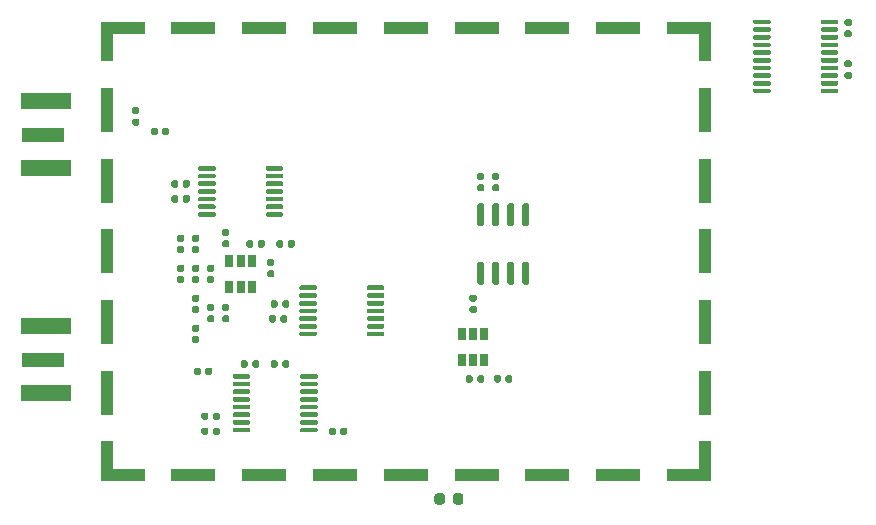
<source format=gbr>
%TF.GenerationSoftware,KiCad,Pcbnew,5.1.6*%
%TF.CreationDate,2020-09-04T11:32:19-04:00*%
%TF.ProjectId,rf-analyzer,72662d61-6e61-46c7-997a-65722e6b6963,rev?*%
%TF.SameCoordinates,Original*%
%TF.FileFunction,Paste,Top*%
%TF.FilePolarity,Positive*%
%FSLAX46Y46*%
G04 Gerber Fmt 4.6, Leading zero omitted, Abs format (unit mm)*
G04 Created by KiCad (PCBNEW 5.1.6) date 2020-09-04 11:32:19*
%MOMM*%
%LPD*%
G01*
G04 APERTURE LIST*
%ADD10R,0.650000X1.060000*%
%ADD11R,3.600000X1.270000*%
%ADD12R,4.200000X1.350000*%
%ADD13R,1.000000X2.350000*%
%ADD14R,1.000000X3.800000*%
%ADD15R,2.700000X1.000000*%
%ADD16R,3.800000X1.000000*%
%ADD17R,1.000000X1.000000*%
G04 APERTURE END LIST*
%TO.C,U7*%
G36*
G01*
X124425000Y-116090000D02*
X124425000Y-115890000D01*
G75*
G02*
X124525000Y-115790000I100000J0D01*
G01*
X125800000Y-115790000D01*
G75*
G02*
X125900000Y-115890000I0J-100000D01*
G01*
X125900000Y-116090000D01*
G75*
G02*
X125800000Y-116190000I-100000J0D01*
G01*
X124525000Y-116190000D01*
G75*
G02*
X124425000Y-116090000I0J100000D01*
G01*
G37*
G36*
G01*
X124425000Y-116740000D02*
X124425000Y-116540000D01*
G75*
G02*
X124525000Y-116440000I100000J0D01*
G01*
X125800000Y-116440000D01*
G75*
G02*
X125900000Y-116540000I0J-100000D01*
G01*
X125900000Y-116740000D01*
G75*
G02*
X125800000Y-116840000I-100000J0D01*
G01*
X124525000Y-116840000D01*
G75*
G02*
X124425000Y-116740000I0J100000D01*
G01*
G37*
G36*
G01*
X124425000Y-117390000D02*
X124425000Y-117190000D01*
G75*
G02*
X124525000Y-117090000I100000J0D01*
G01*
X125800000Y-117090000D01*
G75*
G02*
X125900000Y-117190000I0J-100000D01*
G01*
X125900000Y-117390000D01*
G75*
G02*
X125800000Y-117490000I-100000J0D01*
G01*
X124525000Y-117490000D01*
G75*
G02*
X124425000Y-117390000I0J100000D01*
G01*
G37*
G36*
G01*
X124425000Y-118040000D02*
X124425000Y-117840000D01*
G75*
G02*
X124525000Y-117740000I100000J0D01*
G01*
X125800000Y-117740000D01*
G75*
G02*
X125900000Y-117840000I0J-100000D01*
G01*
X125900000Y-118040000D01*
G75*
G02*
X125800000Y-118140000I-100000J0D01*
G01*
X124525000Y-118140000D01*
G75*
G02*
X124425000Y-118040000I0J100000D01*
G01*
G37*
G36*
G01*
X124425000Y-118690000D02*
X124425000Y-118490000D01*
G75*
G02*
X124525000Y-118390000I100000J0D01*
G01*
X125800000Y-118390000D01*
G75*
G02*
X125900000Y-118490000I0J-100000D01*
G01*
X125900000Y-118690000D01*
G75*
G02*
X125800000Y-118790000I-100000J0D01*
G01*
X124525000Y-118790000D01*
G75*
G02*
X124425000Y-118690000I0J100000D01*
G01*
G37*
G36*
G01*
X124425000Y-119340000D02*
X124425000Y-119140000D01*
G75*
G02*
X124525000Y-119040000I100000J0D01*
G01*
X125800000Y-119040000D01*
G75*
G02*
X125900000Y-119140000I0J-100000D01*
G01*
X125900000Y-119340000D01*
G75*
G02*
X125800000Y-119440000I-100000J0D01*
G01*
X124525000Y-119440000D01*
G75*
G02*
X124425000Y-119340000I0J100000D01*
G01*
G37*
G36*
G01*
X124425000Y-119990000D02*
X124425000Y-119790000D01*
G75*
G02*
X124525000Y-119690000I100000J0D01*
G01*
X125800000Y-119690000D01*
G75*
G02*
X125900000Y-119790000I0J-100000D01*
G01*
X125900000Y-119990000D01*
G75*
G02*
X125800000Y-120090000I-100000J0D01*
G01*
X124525000Y-120090000D01*
G75*
G02*
X124425000Y-119990000I0J100000D01*
G01*
G37*
G36*
G01*
X124425000Y-120640000D02*
X124425000Y-120440000D01*
G75*
G02*
X124525000Y-120340000I100000J0D01*
G01*
X125800000Y-120340000D01*
G75*
G02*
X125900000Y-120440000I0J-100000D01*
G01*
X125900000Y-120640000D01*
G75*
G02*
X125800000Y-120740000I-100000J0D01*
G01*
X124525000Y-120740000D01*
G75*
G02*
X124425000Y-120640000I0J100000D01*
G01*
G37*
G36*
G01*
X118700000Y-120640000D02*
X118700000Y-120440000D01*
G75*
G02*
X118800000Y-120340000I100000J0D01*
G01*
X120075000Y-120340000D01*
G75*
G02*
X120175000Y-120440000I0J-100000D01*
G01*
X120175000Y-120640000D01*
G75*
G02*
X120075000Y-120740000I-100000J0D01*
G01*
X118800000Y-120740000D01*
G75*
G02*
X118700000Y-120640000I0J100000D01*
G01*
G37*
G36*
G01*
X118700000Y-119990000D02*
X118700000Y-119790000D01*
G75*
G02*
X118800000Y-119690000I100000J0D01*
G01*
X120075000Y-119690000D01*
G75*
G02*
X120175000Y-119790000I0J-100000D01*
G01*
X120175000Y-119990000D01*
G75*
G02*
X120075000Y-120090000I-100000J0D01*
G01*
X118800000Y-120090000D01*
G75*
G02*
X118700000Y-119990000I0J100000D01*
G01*
G37*
G36*
G01*
X118700000Y-119340000D02*
X118700000Y-119140000D01*
G75*
G02*
X118800000Y-119040000I100000J0D01*
G01*
X120075000Y-119040000D01*
G75*
G02*
X120175000Y-119140000I0J-100000D01*
G01*
X120175000Y-119340000D01*
G75*
G02*
X120075000Y-119440000I-100000J0D01*
G01*
X118800000Y-119440000D01*
G75*
G02*
X118700000Y-119340000I0J100000D01*
G01*
G37*
G36*
G01*
X118700000Y-118690000D02*
X118700000Y-118490000D01*
G75*
G02*
X118800000Y-118390000I100000J0D01*
G01*
X120075000Y-118390000D01*
G75*
G02*
X120175000Y-118490000I0J-100000D01*
G01*
X120175000Y-118690000D01*
G75*
G02*
X120075000Y-118790000I-100000J0D01*
G01*
X118800000Y-118790000D01*
G75*
G02*
X118700000Y-118690000I0J100000D01*
G01*
G37*
G36*
G01*
X118700000Y-118040000D02*
X118700000Y-117840000D01*
G75*
G02*
X118800000Y-117740000I100000J0D01*
G01*
X120075000Y-117740000D01*
G75*
G02*
X120175000Y-117840000I0J-100000D01*
G01*
X120175000Y-118040000D01*
G75*
G02*
X120075000Y-118140000I-100000J0D01*
G01*
X118800000Y-118140000D01*
G75*
G02*
X118700000Y-118040000I0J100000D01*
G01*
G37*
G36*
G01*
X118700000Y-117390000D02*
X118700000Y-117190000D01*
G75*
G02*
X118800000Y-117090000I100000J0D01*
G01*
X120075000Y-117090000D01*
G75*
G02*
X120175000Y-117190000I0J-100000D01*
G01*
X120175000Y-117390000D01*
G75*
G02*
X120075000Y-117490000I-100000J0D01*
G01*
X118800000Y-117490000D01*
G75*
G02*
X118700000Y-117390000I0J100000D01*
G01*
G37*
G36*
G01*
X118700000Y-116740000D02*
X118700000Y-116540000D01*
G75*
G02*
X118800000Y-116440000I100000J0D01*
G01*
X120075000Y-116440000D01*
G75*
G02*
X120175000Y-116540000I0J-100000D01*
G01*
X120175000Y-116740000D01*
G75*
G02*
X120075000Y-116840000I-100000J0D01*
G01*
X118800000Y-116840000D01*
G75*
G02*
X118700000Y-116740000I0J100000D01*
G01*
G37*
G36*
G01*
X118700000Y-116090000D02*
X118700000Y-115890000D01*
G75*
G02*
X118800000Y-115790000I100000J0D01*
G01*
X120075000Y-115790000D01*
G75*
G02*
X120175000Y-115890000I0J-100000D01*
G01*
X120175000Y-116090000D01*
G75*
G02*
X120075000Y-116190000I-100000J0D01*
G01*
X118800000Y-116190000D01*
G75*
G02*
X118700000Y-116090000I0J100000D01*
G01*
G37*
%TD*%
%TO.C,C32*%
G36*
G01*
X127445000Y-120477500D02*
X127445000Y-120822500D01*
G75*
G02*
X127297500Y-120970000I-147500J0D01*
G01*
X127002500Y-120970000D01*
G75*
G02*
X126855000Y-120822500I0J147500D01*
G01*
X126855000Y-120477500D01*
G75*
G02*
X127002500Y-120330000I147500J0D01*
G01*
X127297500Y-120330000D01*
G75*
G02*
X127445000Y-120477500I0J-147500D01*
G01*
G37*
G36*
G01*
X128415000Y-120477500D02*
X128415000Y-120822500D01*
G75*
G02*
X128267500Y-120970000I-147500J0D01*
G01*
X127972500Y-120970000D01*
G75*
G02*
X127825000Y-120822500I0J147500D01*
G01*
X127825000Y-120477500D01*
G75*
G02*
X127972500Y-120330000I147500J0D01*
G01*
X128267500Y-120330000D01*
G75*
G02*
X128415000Y-120477500I0J-147500D01*
G01*
G37*
%TD*%
%TO.C,C29*%
G36*
G01*
X117030000Y-120822500D02*
X117030000Y-120477500D01*
G75*
G02*
X117177500Y-120330000I147500J0D01*
G01*
X117472500Y-120330000D01*
G75*
G02*
X117620000Y-120477500I0J-147500D01*
G01*
X117620000Y-120822500D01*
G75*
G02*
X117472500Y-120970000I-147500J0D01*
G01*
X117177500Y-120970000D01*
G75*
G02*
X117030000Y-120822500I0J147500D01*
G01*
G37*
G36*
G01*
X116060000Y-120822500D02*
X116060000Y-120477500D01*
G75*
G02*
X116207500Y-120330000I147500J0D01*
G01*
X116502500Y-120330000D01*
G75*
G02*
X116650000Y-120477500I0J-147500D01*
G01*
X116650000Y-120822500D01*
G75*
G02*
X116502500Y-120970000I-147500J0D01*
G01*
X116207500Y-120970000D01*
G75*
G02*
X116060000Y-120822500I0J147500D01*
G01*
G37*
%TD*%
%TO.C,C28*%
G36*
G01*
X122895000Y-115107500D02*
X122895000Y-114762500D01*
G75*
G02*
X123042500Y-114615000I147500J0D01*
G01*
X123337500Y-114615000D01*
G75*
G02*
X123485000Y-114762500I0J-147500D01*
G01*
X123485000Y-115107500D01*
G75*
G02*
X123337500Y-115255000I-147500J0D01*
G01*
X123042500Y-115255000D01*
G75*
G02*
X122895000Y-115107500I0J147500D01*
G01*
G37*
G36*
G01*
X121925000Y-115107500D02*
X121925000Y-114762500D01*
G75*
G02*
X122072500Y-114615000I147500J0D01*
G01*
X122367500Y-114615000D01*
G75*
G02*
X122515000Y-114762500I0J-147500D01*
G01*
X122515000Y-115107500D01*
G75*
G02*
X122367500Y-115255000I-147500J0D01*
G01*
X122072500Y-115255000D01*
G75*
G02*
X121925000Y-115107500I0J147500D01*
G01*
G37*
%TD*%
%TO.C,C25*%
G36*
G01*
X119975000Y-114762500D02*
X119975000Y-115107500D01*
G75*
G02*
X119827500Y-115255000I-147500J0D01*
G01*
X119532500Y-115255000D01*
G75*
G02*
X119385000Y-115107500I0J147500D01*
G01*
X119385000Y-114762500D01*
G75*
G02*
X119532500Y-114615000I147500J0D01*
G01*
X119827500Y-114615000D01*
G75*
G02*
X119975000Y-114762500I0J-147500D01*
G01*
G37*
G36*
G01*
X120945000Y-114762500D02*
X120945000Y-115107500D01*
G75*
G02*
X120797500Y-115255000I-147500J0D01*
G01*
X120502500Y-115255000D01*
G75*
G02*
X120355000Y-115107500I0J147500D01*
G01*
X120355000Y-114762500D01*
G75*
G02*
X120502500Y-114615000I147500J0D01*
G01*
X120797500Y-114615000D01*
G75*
G02*
X120945000Y-114762500I0J-147500D01*
G01*
G37*
%TD*%
%TO.C,C23*%
G36*
G01*
X116650000Y-119207500D02*
X116650000Y-119552500D01*
G75*
G02*
X116502500Y-119700000I-147500J0D01*
G01*
X116207500Y-119700000D01*
G75*
G02*
X116060000Y-119552500I0J147500D01*
G01*
X116060000Y-119207500D01*
G75*
G02*
X116207500Y-119060000I147500J0D01*
G01*
X116502500Y-119060000D01*
G75*
G02*
X116650000Y-119207500I0J-147500D01*
G01*
G37*
G36*
G01*
X117620000Y-119207500D02*
X117620000Y-119552500D01*
G75*
G02*
X117472500Y-119700000I-147500J0D01*
G01*
X117177500Y-119700000D01*
G75*
G02*
X117030000Y-119552500I0J147500D01*
G01*
X117030000Y-119207500D01*
G75*
G02*
X117177500Y-119060000I147500J0D01*
G01*
X117472500Y-119060000D01*
G75*
G02*
X117620000Y-119207500I0J-147500D01*
G01*
G37*
%TD*%
%TO.C,U6*%
G36*
G01*
X164245000Y-91725000D02*
X164245000Y-91925000D01*
G75*
G02*
X164145000Y-92025000I-100000J0D01*
G01*
X162870000Y-92025000D01*
G75*
G02*
X162770000Y-91925000I0J100000D01*
G01*
X162770000Y-91725000D01*
G75*
G02*
X162870000Y-91625000I100000J0D01*
G01*
X164145000Y-91625000D01*
G75*
G02*
X164245000Y-91725000I0J-100000D01*
G01*
G37*
G36*
G01*
X164245000Y-91075000D02*
X164245000Y-91275000D01*
G75*
G02*
X164145000Y-91375000I-100000J0D01*
G01*
X162870000Y-91375000D01*
G75*
G02*
X162770000Y-91275000I0J100000D01*
G01*
X162770000Y-91075000D01*
G75*
G02*
X162870000Y-90975000I100000J0D01*
G01*
X164145000Y-90975000D01*
G75*
G02*
X164245000Y-91075000I0J-100000D01*
G01*
G37*
G36*
G01*
X164245000Y-90425000D02*
X164245000Y-90625000D01*
G75*
G02*
X164145000Y-90725000I-100000J0D01*
G01*
X162870000Y-90725000D01*
G75*
G02*
X162770000Y-90625000I0J100000D01*
G01*
X162770000Y-90425000D01*
G75*
G02*
X162870000Y-90325000I100000J0D01*
G01*
X164145000Y-90325000D01*
G75*
G02*
X164245000Y-90425000I0J-100000D01*
G01*
G37*
G36*
G01*
X164245000Y-89775000D02*
X164245000Y-89975000D01*
G75*
G02*
X164145000Y-90075000I-100000J0D01*
G01*
X162870000Y-90075000D01*
G75*
G02*
X162770000Y-89975000I0J100000D01*
G01*
X162770000Y-89775000D01*
G75*
G02*
X162870000Y-89675000I100000J0D01*
G01*
X164145000Y-89675000D01*
G75*
G02*
X164245000Y-89775000I0J-100000D01*
G01*
G37*
G36*
G01*
X164245000Y-89125000D02*
X164245000Y-89325000D01*
G75*
G02*
X164145000Y-89425000I-100000J0D01*
G01*
X162870000Y-89425000D01*
G75*
G02*
X162770000Y-89325000I0J100000D01*
G01*
X162770000Y-89125000D01*
G75*
G02*
X162870000Y-89025000I100000J0D01*
G01*
X164145000Y-89025000D01*
G75*
G02*
X164245000Y-89125000I0J-100000D01*
G01*
G37*
G36*
G01*
X164245000Y-88475000D02*
X164245000Y-88675000D01*
G75*
G02*
X164145000Y-88775000I-100000J0D01*
G01*
X162870000Y-88775000D01*
G75*
G02*
X162770000Y-88675000I0J100000D01*
G01*
X162770000Y-88475000D01*
G75*
G02*
X162870000Y-88375000I100000J0D01*
G01*
X164145000Y-88375000D01*
G75*
G02*
X164245000Y-88475000I0J-100000D01*
G01*
G37*
G36*
G01*
X164245000Y-87825000D02*
X164245000Y-88025000D01*
G75*
G02*
X164145000Y-88125000I-100000J0D01*
G01*
X162870000Y-88125000D01*
G75*
G02*
X162770000Y-88025000I0J100000D01*
G01*
X162770000Y-87825000D01*
G75*
G02*
X162870000Y-87725000I100000J0D01*
G01*
X164145000Y-87725000D01*
G75*
G02*
X164245000Y-87825000I0J-100000D01*
G01*
G37*
G36*
G01*
X164245000Y-87175000D02*
X164245000Y-87375000D01*
G75*
G02*
X164145000Y-87475000I-100000J0D01*
G01*
X162870000Y-87475000D01*
G75*
G02*
X162770000Y-87375000I0J100000D01*
G01*
X162770000Y-87175000D01*
G75*
G02*
X162870000Y-87075000I100000J0D01*
G01*
X164145000Y-87075000D01*
G75*
G02*
X164245000Y-87175000I0J-100000D01*
G01*
G37*
G36*
G01*
X164245000Y-86525000D02*
X164245000Y-86725000D01*
G75*
G02*
X164145000Y-86825000I-100000J0D01*
G01*
X162870000Y-86825000D01*
G75*
G02*
X162770000Y-86725000I0J100000D01*
G01*
X162770000Y-86525000D01*
G75*
G02*
X162870000Y-86425000I100000J0D01*
G01*
X164145000Y-86425000D01*
G75*
G02*
X164245000Y-86525000I0J-100000D01*
G01*
G37*
G36*
G01*
X164245000Y-85875000D02*
X164245000Y-86075000D01*
G75*
G02*
X164145000Y-86175000I-100000J0D01*
G01*
X162870000Y-86175000D01*
G75*
G02*
X162770000Y-86075000I0J100000D01*
G01*
X162770000Y-85875000D01*
G75*
G02*
X162870000Y-85775000I100000J0D01*
G01*
X164145000Y-85775000D01*
G75*
G02*
X164245000Y-85875000I0J-100000D01*
G01*
G37*
G36*
G01*
X169970000Y-85875000D02*
X169970000Y-86075000D01*
G75*
G02*
X169870000Y-86175000I-100000J0D01*
G01*
X168595000Y-86175000D01*
G75*
G02*
X168495000Y-86075000I0J100000D01*
G01*
X168495000Y-85875000D01*
G75*
G02*
X168595000Y-85775000I100000J0D01*
G01*
X169870000Y-85775000D01*
G75*
G02*
X169970000Y-85875000I0J-100000D01*
G01*
G37*
G36*
G01*
X169970000Y-86525000D02*
X169970000Y-86725000D01*
G75*
G02*
X169870000Y-86825000I-100000J0D01*
G01*
X168595000Y-86825000D01*
G75*
G02*
X168495000Y-86725000I0J100000D01*
G01*
X168495000Y-86525000D01*
G75*
G02*
X168595000Y-86425000I100000J0D01*
G01*
X169870000Y-86425000D01*
G75*
G02*
X169970000Y-86525000I0J-100000D01*
G01*
G37*
G36*
G01*
X169970000Y-87175000D02*
X169970000Y-87375000D01*
G75*
G02*
X169870000Y-87475000I-100000J0D01*
G01*
X168595000Y-87475000D01*
G75*
G02*
X168495000Y-87375000I0J100000D01*
G01*
X168495000Y-87175000D01*
G75*
G02*
X168595000Y-87075000I100000J0D01*
G01*
X169870000Y-87075000D01*
G75*
G02*
X169970000Y-87175000I0J-100000D01*
G01*
G37*
G36*
G01*
X169970000Y-87825000D02*
X169970000Y-88025000D01*
G75*
G02*
X169870000Y-88125000I-100000J0D01*
G01*
X168595000Y-88125000D01*
G75*
G02*
X168495000Y-88025000I0J100000D01*
G01*
X168495000Y-87825000D01*
G75*
G02*
X168595000Y-87725000I100000J0D01*
G01*
X169870000Y-87725000D01*
G75*
G02*
X169970000Y-87825000I0J-100000D01*
G01*
G37*
G36*
G01*
X169970000Y-88475000D02*
X169970000Y-88675000D01*
G75*
G02*
X169870000Y-88775000I-100000J0D01*
G01*
X168595000Y-88775000D01*
G75*
G02*
X168495000Y-88675000I0J100000D01*
G01*
X168495000Y-88475000D01*
G75*
G02*
X168595000Y-88375000I100000J0D01*
G01*
X169870000Y-88375000D01*
G75*
G02*
X169970000Y-88475000I0J-100000D01*
G01*
G37*
G36*
G01*
X169970000Y-89125000D02*
X169970000Y-89325000D01*
G75*
G02*
X169870000Y-89425000I-100000J0D01*
G01*
X168595000Y-89425000D01*
G75*
G02*
X168495000Y-89325000I0J100000D01*
G01*
X168495000Y-89125000D01*
G75*
G02*
X168595000Y-89025000I100000J0D01*
G01*
X169870000Y-89025000D01*
G75*
G02*
X169970000Y-89125000I0J-100000D01*
G01*
G37*
G36*
G01*
X169970000Y-89775000D02*
X169970000Y-89975000D01*
G75*
G02*
X169870000Y-90075000I-100000J0D01*
G01*
X168595000Y-90075000D01*
G75*
G02*
X168495000Y-89975000I0J100000D01*
G01*
X168495000Y-89775000D01*
G75*
G02*
X168595000Y-89675000I100000J0D01*
G01*
X169870000Y-89675000D01*
G75*
G02*
X169970000Y-89775000I0J-100000D01*
G01*
G37*
G36*
G01*
X169970000Y-90425000D02*
X169970000Y-90625000D01*
G75*
G02*
X169870000Y-90725000I-100000J0D01*
G01*
X168595000Y-90725000D01*
G75*
G02*
X168495000Y-90625000I0J100000D01*
G01*
X168495000Y-90425000D01*
G75*
G02*
X168595000Y-90325000I100000J0D01*
G01*
X169870000Y-90325000D01*
G75*
G02*
X169970000Y-90425000I0J-100000D01*
G01*
G37*
G36*
G01*
X169970000Y-91075000D02*
X169970000Y-91275000D01*
G75*
G02*
X169870000Y-91375000I-100000J0D01*
G01*
X168595000Y-91375000D01*
G75*
G02*
X168495000Y-91275000I0J100000D01*
G01*
X168495000Y-91075000D01*
G75*
G02*
X168595000Y-90975000I100000J0D01*
G01*
X169870000Y-90975000D01*
G75*
G02*
X169970000Y-91075000I0J-100000D01*
G01*
G37*
G36*
G01*
X169970000Y-91725000D02*
X169970000Y-91925000D01*
G75*
G02*
X169870000Y-92025000I-100000J0D01*
G01*
X168595000Y-92025000D01*
G75*
G02*
X168495000Y-91925000I0J100000D01*
G01*
X168495000Y-91725000D01*
G75*
G02*
X168595000Y-91625000I100000J0D01*
G01*
X169870000Y-91625000D01*
G75*
G02*
X169970000Y-91725000I0J-100000D01*
G01*
G37*
%TD*%
D10*
%TO.C,U5*%
X120330000Y-106215000D03*
X119380000Y-106215000D03*
X118430000Y-106215000D03*
X118430000Y-108415000D03*
X120330000Y-108415000D03*
X119380000Y-108415000D03*
%TD*%
%TO.C,U4*%
G36*
G01*
X143360000Y-106275000D02*
X143660000Y-106275000D01*
G75*
G02*
X143810000Y-106425000I0J-150000D01*
G01*
X143810000Y-108075000D01*
G75*
G02*
X143660000Y-108225000I-150000J0D01*
G01*
X143360000Y-108225000D01*
G75*
G02*
X143210000Y-108075000I0J150000D01*
G01*
X143210000Y-106425000D01*
G75*
G02*
X143360000Y-106275000I150000J0D01*
G01*
G37*
G36*
G01*
X142090000Y-106275000D02*
X142390000Y-106275000D01*
G75*
G02*
X142540000Y-106425000I0J-150000D01*
G01*
X142540000Y-108075000D01*
G75*
G02*
X142390000Y-108225000I-150000J0D01*
G01*
X142090000Y-108225000D01*
G75*
G02*
X141940000Y-108075000I0J150000D01*
G01*
X141940000Y-106425000D01*
G75*
G02*
X142090000Y-106275000I150000J0D01*
G01*
G37*
G36*
G01*
X140820000Y-106275000D02*
X141120000Y-106275000D01*
G75*
G02*
X141270000Y-106425000I0J-150000D01*
G01*
X141270000Y-108075000D01*
G75*
G02*
X141120000Y-108225000I-150000J0D01*
G01*
X140820000Y-108225000D01*
G75*
G02*
X140670000Y-108075000I0J150000D01*
G01*
X140670000Y-106425000D01*
G75*
G02*
X140820000Y-106275000I150000J0D01*
G01*
G37*
G36*
G01*
X139550000Y-106275000D02*
X139850000Y-106275000D01*
G75*
G02*
X140000000Y-106425000I0J-150000D01*
G01*
X140000000Y-108075000D01*
G75*
G02*
X139850000Y-108225000I-150000J0D01*
G01*
X139550000Y-108225000D01*
G75*
G02*
X139400000Y-108075000I0J150000D01*
G01*
X139400000Y-106425000D01*
G75*
G02*
X139550000Y-106275000I150000J0D01*
G01*
G37*
G36*
G01*
X139550000Y-101325000D02*
X139850000Y-101325000D01*
G75*
G02*
X140000000Y-101475000I0J-150000D01*
G01*
X140000000Y-103125000D01*
G75*
G02*
X139850000Y-103275000I-150000J0D01*
G01*
X139550000Y-103275000D01*
G75*
G02*
X139400000Y-103125000I0J150000D01*
G01*
X139400000Y-101475000D01*
G75*
G02*
X139550000Y-101325000I150000J0D01*
G01*
G37*
G36*
G01*
X140820000Y-101325000D02*
X141120000Y-101325000D01*
G75*
G02*
X141270000Y-101475000I0J-150000D01*
G01*
X141270000Y-103125000D01*
G75*
G02*
X141120000Y-103275000I-150000J0D01*
G01*
X140820000Y-103275000D01*
G75*
G02*
X140670000Y-103125000I0J150000D01*
G01*
X140670000Y-101475000D01*
G75*
G02*
X140820000Y-101325000I150000J0D01*
G01*
G37*
G36*
G01*
X142090000Y-101325000D02*
X142390000Y-101325000D01*
G75*
G02*
X142540000Y-101475000I0J-150000D01*
G01*
X142540000Y-103125000D01*
G75*
G02*
X142390000Y-103275000I-150000J0D01*
G01*
X142090000Y-103275000D01*
G75*
G02*
X141940000Y-103125000I0J150000D01*
G01*
X141940000Y-101475000D01*
G75*
G02*
X142090000Y-101325000I150000J0D01*
G01*
G37*
G36*
G01*
X143360000Y-101325000D02*
X143660000Y-101325000D01*
G75*
G02*
X143810000Y-101475000I0J-150000D01*
G01*
X143810000Y-103125000D01*
G75*
G02*
X143660000Y-103275000I-150000J0D01*
G01*
X143360000Y-103275000D01*
G75*
G02*
X143210000Y-103125000I0J150000D01*
G01*
X143210000Y-101475000D01*
G75*
G02*
X143360000Y-101325000I150000J0D01*
G01*
G37*
%TD*%
%TO.C,U3*%
X139065000Y-112395000D03*
X138115000Y-112395000D03*
X140015000Y-112395000D03*
X140015000Y-114595000D03*
X139065000Y-114595000D03*
X138115000Y-114595000D03*
%TD*%
%TO.C,U2*%
G36*
G01*
X130072500Y-108595000D02*
X130072500Y-108395000D01*
G75*
G02*
X130172500Y-108295000I100000J0D01*
G01*
X131447500Y-108295000D01*
G75*
G02*
X131547500Y-108395000I0J-100000D01*
G01*
X131547500Y-108595000D01*
G75*
G02*
X131447500Y-108695000I-100000J0D01*
G01*
X130172500Y-108695000D01*
G75*
G02*
X130072500Y-108595000I0J100000D01*
G01*
G37*
G36*
G01*
X130072500Y-109245000D02*
X130072500Y-109045000D01*
G75*
G02*
X130172500Y-108945000I100000J0D01*
G01*
X131447500Y-108945000D01*
G75*
G02*
X131547500Y-109045000I0J-100000D01*
G01*
X131547500Y-109245000D01*
G75*
G02*
X131447500Y-109345000I-100000J0D01*
G01*
X130172500Y-109345000D01*
G75*
G02*
X130072500Y-109245000I0J100000D01*
G01*
G37*
G36*
G01*
X130072500Y-109895000D02*
X130072500Y-109695000D01*
G75*
G02*
X130172500Y-109595000I100000J0D01*
G01*
X131447500Y-109595000D01*
G75*
G02*
X131547500Y-109695000I0J-100000D01*
G01*
X131547500Y-109895000D01*
G75*
G02*
X131447500Y-109995000I-100000J0D01*
G01*
X130172500Y-109995000D01*
G75*
G02*
X130072500Y-109895000I0J100000D01*
G01*
G37*
G36*
G01*
X130072500Y-110545000D02*
X130072500Y-110345000D01*
G75*
G02*
X130172500Y-110245000I100000J0D01*
G01*
X131447500Y-110245000D01*
G75*
G02*
X131547500Y-110345000I0J-100000D01*
G01*
X131547500Y-110545000D01*
G75*
G02*
X131447500Y-110645000I-100000J0D01*
G01*
X130172500Y-110645000D01*
G75*
G02*
X130072500Y-110545000I0J100000D01*
G01*
G37*
G36*
G01*
X130072500Y-111195000D02*
X130072500Y-110995000D01*
G75*
G02*
X130172500Y-110895000I100000J0D01*
G01*
X131447500Y-110895000D01*
G75*
G02*
X131547500Y-110995000I0J-100000D01*
G01*
X131547500Y-111195000D01*
G75*
G02*
X131447500Y-111295000I-100000J0D01*
G01*
X130172500Y-111295000D01*
G75*
G02*
X130072500Y-111195000I0J100000D01*
G01*
G37*
G36*
G01*
X130072500Y-111845000D02*
X130072500Y-111645000D01*
G75*
G02*
X130172500Y-111545000I100000J0D01*
G01*
X131447500Y-111545000D01*
G75*
G02*
X131547500Y-111645000I0J-100000D01*
G01*
X131547500Y-111845000D01*
G75*
G02*
X131447500Y-111945000I-100000J0D01*
G01*
X130172500Y-111945000D01*
G75*
G02*
X130072500Y-111845000I0J100000D01*
G01*
G37*
G36*
G01*
X130072500Y-112495000D02*
X130072500Y-112295000D01*
G75*
G02*
X130172500Y-112195000I100000J0D01*
G01*
X131447500Y-112195000D01*
G75*
G02*
X131547500Y-112295000I0J-100000D01*
G01*
X131547500Y-112495000D01*
G75*
G02*
X131447500Y-112595000I-100000J0D01*
G01*
X130172500Y-112595000D01*
G75*
G02*
X130072500Y-112495000I0J100000D01*
G01*
G37*
G36*
G01*
X124347500Y-112495000D02*
X124347500Y-112295000D01*
G75*
G02*
X124447500Y-112195000I100000J0D01*
G01*
X125722500Y-112195000D01*
G75*
G02*
X125822500Y-112295000I0J-100000D01*
G01*
X125822500Y-112495000D01*
G75*
G02*
X125722500Y-112595000I-100000J0D01*
G01*
X124447500Y-112595000D01*
G75*
G02*
X124347500Y-112495000I0J100000D01*
G01*
G37*
G36*
G01*
X124347500Y-111845000D02*
X124347500Y-111645000D01*
G75*
G02*
X124447500Y-111545000I100000J0D01*
G01*
X125722500Y-111545000D01*
G75*
G02*
X125822500Y-111645000I0J-100000D01*
G01*
X125822500Y-111845000D01*
G75*
G02*
X125722500Y-111945000I-100000J0D01*
G01*
X124447500Y-111945000D01*
G75*
G02*
X124347500Y-111845000I0J100000D01*
G01*
G37*
G36*
G01*
X124347500Y-111195000D02*
X124347500Y-110995000D01*
G75*
G02*
X124447500Y-110895000I100000J0D01*
G01*
X125722500Y-110895000D01*
G75*
G02*
X125822500Y-110995000I0J-100000D01*
G01*
X125822500Y-111195000D01*
G75*
G02*
X125722500Y-111295000I-100000J0D01*
G01*
X124447500Y-111295000D01*
G75*
G02*
X124347500Y-111195000I0J100000D01*
G01*
G37*
G36*
G01*
X124347500Y-110545000D02*
X124347500Y-110345000D01*
G75*
G02*
X124447500Y-110245000I100000J0D01*
G01*
X125722500Y-110245000D01*
G75*
G02*
X125822500Y-110345000I0J-100000D01*
G01*
X125822500Y-110545000D01*
G75*
G02*
X125722500Y-110645000I-100000J0D01*
G01*
X124447500Y-110645000D01*
G75*
G02*
X124347500Y-110545000I0J100000D01*
G01*
G37*
G36*
G01*
X124347500Y-109895000D02*
X124347500Y-109695000D01*
G75*
G02*
X124447500Y-109595000I100000J0D01*
G01*
X125722500Y-109595000D01*
G75*
G02*
X125822500Y-109695000I0J-100000D01*
G01*
X125822500Y-109895000D01*
G75*
G02*
X125722500Y-109995000I-100000J0D01*
G01*
X124447500Y-109995000D01*
G75*
G02*
X124347500Y-109895000I0J100000D01*
G01*
G37*
G36*
G01*
X124347500Y-109245000D02*
X124347500Y-109045000D01*
G75*
G02*
X124447500Y-108945000I100000J0D01*
G01*
X125722500Y-108945000D01*
G75*
G02*
X125822500Y-109045000I0J-100000D01*
G01*
X125822500Y-109245000D01*
G75*
G02*
X125722500Y-109345000I-100000J0D01*
G01*
X124447500Y-109345000D01*
G75*
G02*
X124347500Y-109245000I0J100000D01*
G01*
G37*
G36*
G01*
X124347500Y-108595000D02*
X124347500Y-108395000D01*
G75*
G02*
X124447500Y-108295000I100000J0D01*
G01*
X125722500Y-108295000D01*
G75*
G02*
X125822500Y-108395000I0J-100000D01*
G01*
X125822500Y-108595000D01*
G75*
G02*
X125722500Y-108695000I-100000J0D01*
G01*
X124447500Y-108695000D01*
G75*
G02*
X124347500Y-108595000I0J100000D01*
G01*
G37*
%TD*%
%TO.C,U1*%
G36*
G01*
X121505000Y-98480000D02*
X121505000Y-98280000D01*
G75*
G02*
X121605000Y-98180000I100000J0D01*
G01*
X122880000Y-98180000D01*
G75*
G02*
X122980000Y-98280000I0J-100000D01*
G01*
X122980000Y-98480000D01*
G75*
G02*
X122880000Y-98580000I-100000J0D01*
G01*
X121605000Y-98580000D01*
G75*
G02*
X121505000Y-98480000I0J100000D01*
G01*
G37*
G36*
G01*
X121505000Y-99130000D02*
X121505000Y-98930000D01*
G75*
G02*
X121605000Y-98830000I100000J0D01*
G01*
X122880000Y-98830000D01*
G75*
G02*
X122980000Y-98930000I0J-100000D01*
G01*
X122980000Y-99130000D01*
G75*
G02*
X122880000Y-99230000I-100000J0D01*
G01*
X121605000Y-99230000D01*
G75*
G02*
X121505000Y-99130000I0J100000D01*
G01*
G37*
G36*
G01*
X121505000Y-99780000D02*
X121505000Y-99580000D01*
G75*
G02*
X121605000Y-99480000I100000J0D01*
G01*
X122880000Y-99480000D01*
G75*
G02*
X122980000Y-99580000I0J-100000D01*
G01*
X122980000Y-99780000D01*
G75*
G02*
X122880000Y-99880000I-100000J0D01*
G01*
X121605000Y-99880000D01*
G75*
G02*
X121505000Y-99780000I0J100000D01*
G01*
G37*
G36*
G01*
X121505000Y-100430000D02*
X121505000Y-100230000D01*
G75*
G02*
X121605000Y-100130000I100000J0D01*
G01*
X122880000Y-100130000D01*
G75*
G02*
X122980000Y-100230000I0J-100000D01*
G01*
X122980000Y-100430000D01*
G75*
G02*
X122880000Y-100530000I-100000J0D01*
G01*
X121605000Y-100530000D01*
G75*
G02*
X121505000Y-100430000I0J100000D01*
G01*
G37*
G36*
G01*
X121505000Y-101080000D02*
X121505000Y-100880000D01*
G75*
G02*
X121605000Y-100780000I100000J0D01*
G01*
X122880000Y-100780000D01*
G75*
G02*
X122980000Y-100880000I0J-100000D01*
G01*
X122980000Y-101080000D01*
G75*
G02*
X122880000Y-101180000I-100000J0D01*
G01*
X121605000Y-101180000D01*
G75*
G02*
X121505000Y-101080000I0J100000D01*
G01*
G37*
G36*
G01*
X121505000Y-101730000D02*
X121505000Y-101530000D01*
G75*
G02*
X121605000Y-101430000I100000J0D01*
G01*
X122880000Y-101430000D01*
G75*
G02*
X122980000Y-101530000I0J-100000D01*
G01*
X122980000Y-101730000D01*
G75*
G02*
X122880000Y-101830000I-100000J0D01*
G01*
X121605000Y-101830000D01*
G75*
G02*
X121505000Y-101730000I0J100000D01*
G01*
G37*
G36*
G01*
X121505000Y-102380000D02*
X121505000Y-102180000D01*
G75*
G02*
X121605000Y-102080000I100000J0D01*
G01*
X122880000Y-102080000D01*
G75*
G02*
X122980000Y-102180000I0J-100000D01*
G01*
X122980000Y-102380000D01*
G75*
G02*
X122880000Y-102480000I-100000J0D01*
G01*
X121605000Y-102480000D01*
G75*
G02*
X121505000Y-102380000I0J100000D01*
G01*
G37*
G36*
G01*
X115780000Y-102380000D02*
X115780000Y-102180000D01*
G75*
G02*
X115880000Y-102080000I100000J0D01*
G01*
X117155000Y-102080000D01*
G75*
G02*
X117255000Y-102180000I0J-100000D01*
G01*
X117255000Y-102380000D01*
G75*
G02*
X117155000Y-102480000I-100000J0D01*
G01*
X115880000Y-102480000D01*
G75*
G02*
X115780000Y-102380000I0J100000D01*
G01*
G37*
G36*
G01*
X115780000Y-101730000D02*
X115780000Y-101530000D01*
G75*
G02*
X115880000Y-101430000I100000J0D01*
G01*
X117155000Y-101430000D01*
G75*
G02*
X117255000Y-101530000I0J-100000D01*
G01*
X117255000Y-101730000D01*
G75*
G02*
X117155000Y-101830000I-100000J0D01*
G01*
X115880000Y-101830000D01*
G75*
G02*
X115780000Y-101730000I0J100000D01*
G01*
G37*
G36*
G01*
X115780000Y-101080000D02*
X115780000Y-100880000D01*
G75*
G02*
X115880000Y-100780000I100000J0D01*
G01*
X117155000Y-100780000D01*
G75*
G02*
X117255000Y-100880000I0J-100000D01*
G01*
X117255000Y-101080000D01*
G75*
G02*
X117155000Y-101180000I-100000J0D01*
G01*
X115880000Y-101180000D01*
G75*
G02*
X115780000Y-101080000I0J100000D01*
G01*
G37*
G36*
G01*
X115780000Y-100430000D02*
X115780000Y-100230000D01*
G75*
G02*
X115880000Y-100130000I100000J0D01*
G01*
X117155000Y-100130000D01*
G75*
G02*
X117255000Y-100230000I0J-100000D01*
G01*
X117255000Y-100430000D01*
G75*
G02*
X117155000Y-100530000I-100000J0D01*
G01*
X115880000Y-100530000D01*
G75*
G02*
X115780000Y-100430000I0J100000D01*
G01*
G37*
G36*
G01*
X115780000Y-99780000D02*
X115780000Y-99580000D01*
G75*
G02*
X115880000Y-99480000I100000J0D01*
G01*
X117155000Y-99480000D01*
G75*
G02*
X117255000Y-99580000I0J-100000D01*
G01*
X117255000Y-99780000D01*
G75*
G02*
X117155000Y-99880000I-100000J0D01*
G01*
X115880000Y-99880000D01*
G75*
G02*
X115780000Y-99780000I0J100000D01*
G01*
G37*
G36*
G01*
X115780000Y-99130000D02*
X115780000Y-98930000D01*
G75*
G02*
X115880000Y-98830000I100000J0D01*
G01*
X117155000Y-98830000D01*
G75*
G02*
X117255000Y-98930000I0J-100000D01*
G01*
X117255000Y-99130000D01*
G75*
G02*
X117155000Y-99230000I-100000J0D01*
G01*
X115880000Y-99230000D01*
G75*
G02*
X115780000Y-99130000I0J100000D01*
G01*
G37*
G36*
G01*
X115780000Y-98480000D02*
X115780000Y-98280000D01*
G75*
G02*
X115880000Y-98180000I100000J0D01*
G01*
X117155000Y-98180000D01*
G75*
G02*
X117255000Y-98280000I0J-100000D01*
G01*
X117255000Y-98480000D01*
G75*
G02*
X117155000Y-98580000I-100000J0D01*
G01*
X115880000Y-98580000D01*
G75*
G02*
X115780000Y-98480000I0J100000D01*
G01*
G37*
%TD*%
%TO.C,R16*%
G36*
G01*
X170987500Y-86320000D02*
X170642500Y-86320000D01*
G75*
G02*
X170495000Y-86172500I0J147500D01*
G01*
X170495000Y-85877500D01*
G75*
G02*
X170642500Y-85730000I147500J0D01*
G01*
X170987500Y-85730000D01*
G75*
G02*
X171135000Y-85877500I0J-147500D01*
G01*
X171135000Y-86172500D01*
G75*
G02*
X170987500Y-86320000I-147500J0D01*
G01*
G37*
G36*
G01*
X170987500Y-87290000D02*
X170642500Y-87290000D01*
G75*
G02*
X170495000Y-87142500I0J147500D01*
G01*
X170495000Y-86847500D01*
G75*
G02*
X170642500Y-86700000I147500J0D01*
G01*
X170987500Y-86700000D01*
G75*
G02*
X171135000Y-86847500I0J-147500D01*
G01*
X171135000Y-87142500D01*
G75*
G02*
X170987500Y-87290000I-147500J0D01*
G01*
G37*
%TD*%
%TO.C,R15*%
G36*
G01*
X170642500Y-90210000D02*
X170987500Y-90210000D01*
G75*
G02*
X171135000Y-90357500I0J-147500D01*
G01*
X171135000Y-90652500D01*
G75*
G02*
X170987500Y-90800000I-147500J0D01*
G01*
X170642500Y-90800000D01*
G75*
G02*
X170495000Y-90652500I0J147500D01*
G01*
X170495000Y-90357500D01*
G75*
G02*
X170642500Y-90210000I147500J0D01*
G01*
G37*
G36*
G01*
X170642500Y-89240000D02*
X170987500Y-89240000D01*
G75*
G02*
X171135000Y-89387500I0J-147500D01*
G01*
X171135000Y-89682500D01*
G75*
G02*
X170987500Y-89830000I-147500J0D01*
G01*
X170642500Y-89830000D01*
G75*
G02*
X170495000Y-89682500I0J147500D01*
G01*
X170495000Y-89387500D01*
G75*
G02*
X170642500Y-89240000I147500J0D01*
G01*
G37*
%TD*%
%TO.C,R14*%
G36*
G01*
X121430000Y-104602500D02*
X121430000Y-104947500D01*
G75*
G02*
X121282500Y-105095000I-147500J0D01*
G01*
X120987500Y-105095000D01*
G75*
G02*
X120840000Y-104947500I0J147500D01*
G01*
X120840000Y-104602500D01*
G75*
G02*
X120987500Y-104455000I147500J0D01*
G01*
X121282500Y-104455000D01*
G75*
G02*
X121430000Y-104602500I0J-147500D01*
G01*
G37*
G36*
G01*
X120460000Y-104602500D02*
X120460000Y-104947500D01*
G75*
G02*
X120312500Y-105095000I-147500J0D01*
G01*
X120017500Y-105095000D01*
G75*
G02*
X119870000Y-104947500I0J147500D01*
G01*
X119870000Y-104602500D01*
G75*
G02*
X120017500Y-104455000I147500J0D01*
G01*
X120312500Y-104455000D01*
G75*
G02*
X120460000Y-104602500I0J-147500D01*
G01*
G37*
%TD*%
%TO.C,R13*%
G36*
G01*
X121747500Y-107020000D02*
X122092500Y-107020000D01*
G75*
G02*
X122240000Y-107167500I0J-147500D01*
G01*
X122240000Y-107462500D01*
G75*
G02*
X122092500Y-107610000I-147500J0D01*
G01*
X121747500Y-107610000D01*
G75*
G02*
X121600000Y-107462500I0J147500D01*
G01*
X121600000Y-107167500D01*
G75*
G02*
X121747500Y-107020000I147500J0D01*
G01*
G37*
G36*
G01*
X121747500Y-106050000D02*
X122092500Y-106050000D01*
G75*
G02*
X122240000Y-106197500I0J-147500D01*
G01*
X122240000Y-106492500D01*
G75*
G02*
X122092500Y-106640000I-147500J0D01*
G01*
X121747500Y-106640000D01*
G75*
G02*
X121600000Y-106492500I0J147500D01*
G01*
X121600000Y-106197500D01*
G75*
G02*
X121747500Y-106050000I147500J0D01*
G01*
G37*
%TD*%
%TO.C,R10*%
G36*
G01*
X117937500Y-110830000D02*
X118282500Y-110830000D01*
G75*
G02*
X118430000Y-110977500I0J-147500D01*
G01*
X118430000Y-111272500D01*
G75*
G02*
X118282500Y-111420000I-147500J0D01*
G01*
X117937500Y-111420000D01*
G75*
G02*
X117790000Y-111272500I0J147500D01*
G01*
X117790000Y-110977500D01*
G75*
G02*
X117937500Y-110830000I147500J0D01*
G01*
G37*
G36*
G01*
X117937500Y-109860000D02*
X118282500Y-109860000D01*
G75*
G02*
X118430000Y-110007500I0J-147500D01*
G01*
X118430000Y-110302500D01*
G75*
G02*
X118282500Y-110450000I-147500J0D01*
G01*
X117937500Y-110450000D01*
G75*
G02*
X117790000Y-110302500I0J147500D01*
G01*
X117790000Y-110007500D01*
G75*
G02*
X117937500Y-109860000I147500J0D01*
G01*
G37*
%TD*%
%TO.C,R9*%
G36*
G01*
X116667500Y-107505000D02*
X117012500Y-107505000D01*
G75*
G02*
X117160000Y-107652500I0J-147500D01*
G01*
X117160000Y-107947500D01*
G75*
G02*
X117012500Y-108095000I-147500J0D01*
G01*
X116667500Y-108095000D01*
G75*
G02*
X116520000Y-107947500I0J147500D01*
G01*
X116520000Y-107652500D01*
G75*
G02*
X116667500Y-107505000I147500J0D01*
G01*
G37*
G36*
G01*
X116667500Y-106535000D02*
X117012500Y-106535000D01*
G75*
G02*
X117160000Y-106682500I0J-147500D01*
G01*
X117160000Y-106977500D01*
G75*
G02*
X117012500Y-107125000I-147500J0D01*
G01*
X116667500Y-107125000D01*
G75*
G02*
X116520000Y-106977500I0J147500D01*
G01*
X116520000Y-106682500D01*
G75*
G02*
X116667500Y-106535000I147500J0D01*
G01*
G37*
%TD*%
%TO.C,R8*%
G36*
G01*
X139527500Y-99735000D02*
X139872500Y-99735000D01*
G75*
G02*
X140020000Y-99882500I0J-147500D01*
G01*
X140020000Y-100177500D01*
G75*
G02*
X139872500Y-100325000I-147500J0D01*
G01*
X139527500Y-100325000D01*
G75*
G02*
X139380000Y-100177500I0J147500D01*
G01*
X139380000Y-99882500D01*
G75*
G02*
X139527500Y-99735000I147500J0D01*
G01*
G37*
G36*
G01*
X139527500Y-98765000D02*
X139872500Y-98765000D01*
G75*
G02*
X140020000Y-98912500I0J-147500D01*
G01*
X140020000Y-99207500D01*
G75*
G02*
X139872500Y-99355000I-147500J0D01*
G01*
X139527500Y-99355000D01*
G75*
G02*
X139380000Y-99207500I0J147500D01*
G01*
X139380000Y-98912500D01*
G75*
G02*
X139527500Y-98765000I147500J0D01*
G01*
G37*
%TD*%
%TO.C,R7*%
G36*
G01*
X140797500Y-99735000D02*
X141142500Y-99735000D01*
G75*
G02*
X141290000Y-99882500I0J-147500D01*
G01*
X141290000Y-100177500D01*
G75*
G02*
X141142500Y-100325000I-147500J0D01*
G01*
X140797500Y-100325000D01*
G75*
G02*
X140650000Y-100177500I0J147500D01*
G01*
X140650000Y-99882500D01*
G75*
G02*
X140797500Y-99735000I147500J0D01*
G01*
G37*
G36*
G01*
X140797500Y-98765000D02*
X141142500Y-98765000D01*
G75*
G02*
X141290000Y-98912500I0J-147500D01*
G01*
X141290000Y-99207500D01*
G75*
G02*
X141142500Y-99355000I-147500J0D01*
G01*
X140797500Y-99355000D01*
G75*
G02*
X140650000Y-99207500I0J147500D01*
G01*
X140650000Y-98912500D01*
G75*
G02*
X140797500Y-98765000I147500J0D01*
G01*
G37*
%TD*%
%TO.C,R6*%
G36*
G01*
X110317500Y-94170000D02*
X110662500Y-94170000D01*
G75*
G02*
X110810000Y-94317500I0J-147500D01*
G01*
X110810000Y-94612500D01*
G75*
G02*
X110662500Y-94760000I-147500J0D01*
G01*
X110317500Y-94760000D01*
G75*
G02*
X110170000Y-94612500I0J147500D01*
G01*
X110170000Y-94317500D01*
G75*
G02*
X110317500Y-94170000I147500J0D01*
G01*
G37*
G36*
G01*
X110317500Y-93200000D02*
X110662500Y-93200000D01*
G75*
G02*
X110810000Y-93347500I0J-147500D01*
G01*
X110810000Y-93642500D01*
G75*
G02*
X110662500Y-93790000I-147500J0D01*
G01*
X110317500Y-93790000D01*
G75*
G02*
X110170000Y-93642500I0J147500D01*
G01*
X110170000Y-93347500D01*
G75*
G02*
X110317500Y-93200000I147500J0D01*
G01*
G37*
%TD*%
%TO.C,R5*%
G36*
G01*
X115397500Y-107505000D02*
X115742500Y-107505000D01*
G75*
G02*
X115890000Y-107652500I0J-147500D01*
G01*
X115890000Y-107947500D01*
G75*
G02*
X115742500Y-108095000I-147500J0D01*
G01*
X115397500Y-108095000D01*
G75*
G02*
X115250000Y-107947500I0J147500D01*
G01*
X115250000Y-107652500D01*
G75*
G02*
X115397500Y-107505000I147500J0D01*
G01*
G37*
G36*
G01*
X115397500Y-106535000D02*
X115742500Y-106535000D01*
G75*
G02*
X115890000Y-106682500I0J-147500D01*
G01*
X115890000Y-106977500D01*
G75*
G02*
X115742500Y-107125000I-147500J0D01*
G01*
X115397500Y-107125000D01*
G75*
G02*
X115250000Y-106977500I0J147500D01*
G01*
X115250000Y-106682500D01*
G75*
G02*
X115397500Y-106535000I147500J0D01*
G01*
G37*
%TD*%
%TO.C,R4*%
G36*
G01*
X139025000Y-116032500D02*
X139025000Y-116377500D01*
G75*
G02*
X138877500Y-116525000I-147500J0D01*
G01*
X138582500Y-116525000D01*
G75*
G02*
X138435000Y-116377500I0J147500D01*
G01*
X138435000Y-116032500D01*
G75*
G02*
X138582500Y-115885000I147500J0D01*
G01*
X138877500Y-115885000D01*
G75*
G02*
X139025000Y-116032500I0J-147500D01*
G01*
G37*
G36*
G01*
X139995000Y-116032500D02*
X139995000Y-116377500D01*
G75*
G02*
X139847500Y-116525000I-147500J0D01*
G01*
X139552500Y-116525000D01*
G75*
G02*
X139405000Y-116377500I0J147500D01*
G01*
X139405000Y-116032500D01*
G75*
G02*
X139552500Y-115885000I147500J0D01*
G01*
X139847500Y-115885000D01*
G75*
G02*
X139995000Y-116032500I0J-147500D01*
G01*
G37*
%TD*%
%TO.C,R3*%
G36*
G01*
X114127500Y-104965000D02*
X114472500Y-104965000D01*
G75*
G02*
X114620000Y-105112500I0J-147500D01*
G01*
X114620000Y-105407500D01*
G75*
G02*
X114472500Y-105555000I-147500J0D01*
G01*
X114127500Y-105555000D01*
G75*
G02*
X113980000Y-105407500I0J147500D01*
G01*
X113980000Y-105112500D01*
G75*
G02*
X114127500Y-104965000I147500J0D01*
G01*
G37*
G36*
G01*
X114127500Y-103995000D02*
X114472500Y-103995000D01*
G75*
G02*
X114620000Y-104142500I0J-147500D01*
G01*
X114620000Y-104437500D01*
G75*
G02*
X114472500Y-104585000I-147500J0D01*
G01*
X114127500Y-104585000D01*
G75*
G02*
X113980000Y-104437500I0J147500D01*
G01*
X113980000Y-104142500D01*
G75*
G02*
X114127500Y-103995000I147500J0D01*
G01*
G37*
%TD*%
%TO.C,R2*%
G36*
G01*
X115397500Y-110045000D02*
X115742500Y-110045000D01*
G75*
G02*
X115890000Y-110192500I0J-147500D01*
G01*
X115890000Y-110487500D01*
G75*
G02*
X115742500Y-110635000I-147500J0D01*
G01*
X115397500Y-110635000D01*
G75*
G02*
X115250000Y-110487500I0J147500D01*
G01*
X115250000Y-110192500D01*
G75*
G02*
X115397500Y-110045000I147500J0D01*
G01*
G37*
G36*
G01*
X115397500Y-109075000D02*
X115742500Y-109075000D01*
G75*
G02*
X115890000Y-109222500I0J-147500D01*
G01*
X115890000Y-109517500D01*
G75*
G02*
X115742500Y-109665000I-147500J0D01*
G01*
X115397500Y-109665000D01*
G75*
G02*
X115250000Y-109517500I0J147500D01*
G01*
X115250000Y-109222500D01*
G75*
G02*
X115397500Y-109075000I147500J0D01*
G01*
G37*
%TD*%
%TO.C,R1*%
G36*
G01*
X114127500Y-106535000D02*
X114472500Y-106535000D01*
G75*
G02*
X114620000Y-106682500I0J-147500D01*
G01*
X114620000Y-106977500D01*
G75*
G02*
X114472500Y-107125000I-147500J0D01*
G01*
X114127500Y-107125000D01*
G75*
G02*
X113980000Y-106977500I0J147500D01*
G01*
X113980000Y-106682500D01*
G75*
G02*
X114127500Y-106535000I147500J0D01*
G01*
G37*
G36*
G01*
X114127500Y-107505000D02*
X114472500Y-107505000D01*
G75*
G02*
X114620000Y-107652500I0J-147500D01*
G01*
X114620000Y-107947500D01*
G75*
G02*
X114472500Y-108095000I-147500J0D01*
G01*
X114127500Y-108095000D01*
G75*
G02*
X113980000Y-107947500I0J147500D01*
G01*
X113980000Y-107652500D01*
G75*
G02*
X114127500Y-107505000I147500J0D01*
G01*
G37*
%TD*%
D11*
%TO.C,J3*%
X102670000Y-95535000D03*
D12*
X102870000Y-98360000D03*
X102870000Y-92710000D03*
%TD*%
D13*
%TO.C,J2*%
X158650000Y-122685000D03*
X108050000Y-122685000D03*
D14*
X158650000Y-117410000D03*
X108050000Y-117410000D03*
X158650000Y-111410000D03*
X108050000Y-111410000D03*
X158650000Y-105410000D03*
X108050000Y-105410000D03*
X158650000Y-99410000D03*
X108050000Y-99410000D03*
X158650000Y-93410000D03*
X108050000Y-93410000D03*
D13*
X158650000Y-88135000D03*
X108050000Y-88135000D03*
D15*
X156800000Y-124360000D03*
X156800000Y-86460000D03*
D16*
X151350000Y-124360000D03*
X151350000Y-86460000D03*
X145350000Y-124360000D03*
X145350000Y-86460000D03*
X139350000Y-124360000D03*
X139350000Y-86460000D03*
X133350000Y-124360000D03*
X133350000Y-86460000D03*
X127350000Y-124360000D03*
X127350000Y-86460000D03*
X121350000Y-124360000D03*
X121350000Y-86460000D03*
X115350000Y-124360000D03*
X115350000Y-86460000D03*
D15*
X109900000Y-124360000D03*
X109900000Y-86460000D03*
D17*
X108050000Y-124360000D03*
X158650000Y-124360000D03*
X158650000Y-86460000D03*
X108050000Y-86460000D03*
%TD*%
D11*
%TO.C,J1*%
X102670000Y-114585000D03*
D12*
X102870000Y-117410000D03*
X102870000Y-111760000D03*
%TD*%
%TO.C,C24*%
G36*
G01*
X123000000Y-104602500D02*
X123000000Y-104947500D01*
G75*
G02*
X122852500Y-105095000I-147500J0D01*
G01*
X122557500Y-105095000D01*
G75*
G02*
X122410000Y-104947500I0J147500D01*
G01*
X122410000Y-104602500D01*
G75*
G02*
X122557500Y-104455000I147500J0D01*
G01*
X122852500Y-104455000D01*
G75*
G02*
X123000000Y-104602500I0J-147500D01*
G01*
G37*
G36*
G01*
X123970000Y-104602500D02*
X123970000Y-104947500D01*
G75*
G02*
X123822500Y-105095000I-147500J0D01*
G01*
X123527500Y-105095000D01*
G75*
G02*
X123380000Y-104947500I0J147500D01*
G01*
X123380000Y-104602500D01*
G75*
G02*
X123527500Y-104455000I147500J0D01*
G01*
X123822500Y-104455000D01*
G75*
G02*
X123970000Y-104602500I0J-147500D01*
G01*
G37*
%TD*%
%TO.C,C19*%
G36*
G01*
X117937500Y-104480000D02*
X118282500Y-104480000D01*
G75*
G02*
X118430000Y-104627500I0J-147500D01*
G01*
X118430000Y-104922500D01*
G75*
G02*
X118282500Y-105070000I-147500J0D01*
G01*
X117937500Y-105070000D01*
G75*
G02*
X117790000Y-104922500I0J147500D01*
G01*
X117790000Y-104627500D01*
G75*
G02*
X117937500Y-104480000I147500J0D01*
G01*
G37*
G36*
G01*
X117937500Y-103510000D02*
X118282500Y-103510000D01*
G75*
G02*
X118430000Y-103657500I0J-147500D01*
G01*
X118430000Y-103952500D01*
G75*
G02*
X118282500Y-104100000I-147500J0D01*
G01*
X117937500Y-104100000D01*
G75*
G02*
X117790000Y-103952500I0J147500D01*
G01*
X117790000Y-103657500D01*
G75*
G02*
X117937500Y-103510000I147500J0D01*
G01*
G37*
%TD*%
%TO.C,C18*%
G36*
G01*
X117012500Y-110450000D02*
X116667500Y-110450000D01*
G75*
G02*
X116520000Y-110302500I0J147500D01*
G01*
X116520000Y-110007500D01*
G75*
G02*
X116667500Y-109860000I147500J0D01*
G01*
X117012500Y-109860000D01*
G75*
G02*
X117160000Y-110007500I0J-147500D01*
G01*
X117160000Y-110302500D01*
G75*
G02*
X117012500Y-110450000I-147500J0D01*
G01*
G37*
G36*
G01*
X117012500Y-111420000D02*
X116667500Y-111420000D01*
G75*
G02*
X116520000Y-111272500I0J147500D01*
G01*
X116520000Y-110977500D01*
G75*
G02*
X116667500Y-110830000I147500J0D01*
G01*
X117012500Y-110830000D01*
G75*
G02*
X117160000Y-110977500I0J-147500D01*
G01*
X117160000Y-111272500D01*
G75*
G02*
X117012500Y-111420000I-147500J0D01*
G01*
G37*
%TD*%
%TO.C,C16*%
G36*
G01*
X112355000Y-95077500D02*
X112355000Y-95422500D01*
G75*
G02*
X112207500Y-95570000I-147500J0D01*
G01*
X111912500Y-95570000D01*
G75*
G02*
X111765000Y-95422500I0J147500D01*
G01*
X111765000Y-95077500D01*
G75*
G02*
X111912500Y-94930000I147500J0D01*
G01*
X112207500Y-94930000D01*
G75*
G02*
X112355000Y-95077500I0J-147500D01*
G01*
G37*
G36*
G01*
X113325000Y-95077500D02*
X113325000Y-95422500D01*
G75*
G02*
X113177500Y-95570000I-147500J0D01*
G01*
X112882500Y-95570000D01*
G75*
G02*
X112735000Y-95422500I0J147500D01*
G01*
X112735000Y-95077500D01*
G75*
G02*
X112882500Y-94930000I147500J0D01*
G01*
X113177500Y-94930000D01*
G75*
G02*
X113325000Y-95077500I0J-147500D01*
G01*
G37*
%TD*%
%TO.C,C15*%
G36*
G01*
X138892500Y-110045000D02*
X139237500Y-110045000D01*
G75*
G02*
X139385000Y-110192500I0J-147500D01*
G01*
X139385000Y-110487500D01*
G75*
G02*
X139237500Y-110635000I-147500J0D01*
G01*
X138892500Y-110635000D01*
G75*
G02*
X138745000Y-110487500I0J147500D01*
G01*
X138745000Y-110192500D01*
G75*
G02*
X138892500Y-110045000I147500J0D01*
G01*
G37*
G36*
G01*
X138892500Y-109075000D02*
X139237500Y-109075000D01*
G75*
G02*
X139385000Y-109222500I0J-147500D01*
G01*
X139385000Y-109517500D01*
G75*
G02*
X139237500Y-109665000I-147500J0D01*
G01*
X138892500Y-109665000D01*
G75*
G02*
X138745000Y-109517500I0J147500D01*
G01*
X138745000Y-109222500D01*
G75*
G02*
X138892500Y-109075000I147500J0D01*
G01*
G37*
%TD*%
%TO.C,C13*%
G36*
G01*
X141415000Y-116032500D02*
X141415000Y-116377500D01*
G75*
G02*
X141267500Y-116525000I-147500J0D01*
G01*
X140972500Y-116525000D01*
G75*
G02*
X140825000Y-116377500I0J147500D01*
G01*
X140825000Y-116032500D01*
G75*
G02*
X140972500Y-115885000I147500J0D01*
G01*
X141267500Y-115885000D01*
G75*
G02*
X141415000Y-116032500I0J-147500D01*
G01*
G37*
G36*
G01*
X142385000Y-116032500D02*
X142385000Y-116377500D01*
G75*
G02*
X142237500Y-116525000I-147500J0D01*
G01*
X141942500Y-116525000D01*
G75*
G02*
X141795000Y-116377500I0J147500D01*
G01*
X141795000Y-116032500D01*
G75*
G02*
X141942500Y-115885000I147500J0D01*
G01*
X142237500Y-115885000D01*
G75*
G02*
X142385000Y-116032500I0J-147500D01*
G01*
G37*
%TD*%
%TO.C,C12*%
G36*
G01*
X115397500Y-104965000D02*
X115742500Y-104965000D01*
G75*
G02*
X115890000Y-105112500I0J-147500D01*
G01*
X115890000Y-105407500D01*
G75*
G02*
X115742500Y-105555000I-147500J0D01*
G01*
X115397500Y-105555000D01*
G75*
G02*
X115250000Y-105407500I0J147500D01*
G01*
X115250000Y-105112500D01*
G75*
G02*
X115397500Y-104965000I147500J0D01*
G01*
G37*
G36*
G01*
X115397500Y-103995000D02*
X115742500Y-103995000D01*
G75*
G02*
X115890000Y-104142500I0J-147500D01*
G01*
X115890000Y-104437500D01*
G75*
G02*
X115742500Y-104585000I-147500J0D01*
G01*
X115397500Y-104585000D01*
G75*
G02*
X115250000Y-104437500I0J147500D01*
G01*
X115250000Y-104142500D01*
G75*
G02*
X115397500Y-103995000I147500J0D01*
G01*
G37*
%TD*%
%TO.C,C11*%
G36*
G01*
X116015000Y-115397500D02*
X116015000Y-115742500D01*
G75*
G02*
X115867500Y-115890000I-147500J0D01*
G01*
X115572500Y-115890000D01*
G75*
G02*
X115425000Y-115742500I0J147500D01*
G01*
X115425000Y-115397500D01*
G75*
G02*
X115572500Y-115250000I147500J0D01*
G01*
X115867500Y-115250000D01*
G75*
G02*
X116015000Y-115397500I0J-147500D01*
G01*
G37*
G36*
G01*
X116985000Y-115397500D02*
X116985000Y-115742500D01*
G75*
G02*
X116837500Y-115890000I-147500J0D01*
G01*
X116542500Y-115890000D01*
G75*
G02*
X116395000Y-115742500I0J147500D01*
G01*
X116395000Y-115397500D01*
G75*
G02*
X116542500Y-115250000I147500J0D01*
G01*
X116837500Y-115250000D01*
G75*
G02*
X116985000Y-115397500I0J-147500D01*
G01*
G37*
%TD*%
%TO.C,C10*%
G36*
G01*
X115397500Y-112585000D02*
X115742500Y-112585000D01*
G75*
G02*
X115890000Y-112732500I0J-147500D01*
G01*
X115890000Y-113027500D01*
G75*
G02*
X115742500Y-113175000I-147500J0D01*
G01*
X115397500Y-113175000D01*
G75*
G02*
X115250000Y-113027500I0J147500D01*
G01*
X115250000Y-112732500D01*
G75*
G02*
X115397500Y-112585000I147500J0D01*
G01*
G37*
G36*
G01*
X115397500Y-111615000D02*
X115742500Y-111615000D01*
G75*
G02*
X115890000Y-111762500I0J-147500D01*
G01*
X115890000Y-112057500D01*
G75*
G02*
X115742500Y-112205000I-147500J0D01*
G01*
X115397500Y-112205000D01*
G75*
G02*
X115250000Y-112057500I0J147500D01*
G01*
X115250000Y-111762500D01*
G75*
G02*
X115397500Y-111615000I147500J0D01*
G01*
G37*
%TD*%
%TO.C,C7*%
G36*
G01*
X122365000Y-110952500D02*
X122365000Y-111297500D01*
G75*
G02*
X122217500Y-111445000I-147500J0D01*
G01*
X121922500Y-111445000D01*
G75*
G02*
X121775000Y-111297500I0J147500D01*
G01*
X121775000Y-110952500D01*
G75*
G02*
X121922500Y-110805000I147500J0D01*
G01*
X122217500Y-110805000D01*
G75*
G02*
X122365000Y-110952500I0J-147500D01*
G01*
G37*
G36*
G01*
X123335000Y-110952500D02*
X123335000Y-111297500D01*
G75*
G02*
X123187500Y-111445000I-147500J0D01*
G01*
X122892500Y-111445000D01*
G75*
G02*
X122745000Y-111297500I0J147500D01*
G01*
X122745000Y-110952500D01*
G75*
G02*
X122892500Y-110805000I147500J0D01*
G01*
X123187500Y-110805000D01*
G75*
G02*
X123335000Y-110952500I0J-147500D01*
G01*
G37*
%TD*%
%TO.C,C6*%
G36*
G01*
X122515000Y-109682500D02*
X122515000Y-110027500D01*
G75*
G02*
X122367500Y-110175000I-147500J0D01*
G01*
X122072500Y-110175000D01*
G75*
G02*
X121925000Y-110027500I0J147500D01*
G01*
X121925000Y-109682500D01*
G75*
G02*
X122072500Y-109535000I147500J0D01*
G01*
X122367500Y-109535000D01*
G75*
G02*
X122515000Y-109682500I0J-147500D01*
G01*
G37*
G36*
G01*
X123485000Y-109682500D02*
X123485000Y-110027500D01*
G75*
G02*
X123337500Y-110175000I-147500J0D01*
G01*
X123042500Y-110175000D01*
G75*
G02*
X122895000Y-110027500I0J147500D01*
G01*
X122895000Y-109682500D01*
G75*
G02*
X123042500Y-109535000I147500J0D01*
G01*
X123337500Y-109535000D01*
G75*
G02*
X123485000Y-109682500I0J-147500D01*
G01*
G37*
%TD*%
%TO.C,C3*%
G36*
G01*
X136657500Y-126108750D02*
X136657500Y-126621250D01*
G75*
G02*
X136438750Y-126840000I-218750J0D01*
G01*
X136001250Y-126840000D01*
G75*
G02*
X135782500Y-126621250I0J218750D01*
G01*
X135782500Y-126108750D01*
G75*
G02*
X136001250Y-125890000I218750J0D01*
G01*
X136438750Y-125890000D01*
G75*
G02*
X136657500Y-126108750I0J-218750D01*
G01*
G37*
G36*
G01*
X138232500Y-126108750D02*
X138232500Y-126621250D01*
G75*
G02*
X138013750Y-126840000I-218750J0D01*
G01*
X137576250Y-126840000D01*
G75*
G02*
X137357500Y-126621250I0J218750D01*
G01*
X137357500Y-126108750D01*
G75*
G02*
X137576250Y-125890000I218750J0D01*
G01*
X138013750Y-125890000D01*
G75*
G02*
X138232500Y-126108750I0J-218750D01*
G01*
G37*
%TD*%
%TO.C,C2*%
G36*
G01*
X114110000Y-100792500D02*
X114110000Y-101137500D01*
G75*
G02*
X113962500Y-101285000I-147500J0D01*
G01*
X113667500Y-101285000D01*
G75*
G02*
X113520000Y-101137500I0J147500D01*
G01*
X113520000Y-100792500D01*
G75*
G02*
X113667500Y-100645000I147500J0D01*
G01*
X113962500Y-100645000D01*
G75*
G02*
X114110000Y-100792500I0J-147500D01*
G01*
G37*
G36*
G01*
X115080000Y-100792500D02*
X115080000Y-101137500D01*
G75*
G02*
X114932500Y-101285000I-147500J0D01*
G01*
X114637500Y-101285000D01*
G75*
G02*
X114490000Y-101137500I0J147500D01*
G01*
X114490000Y-100792500D01*
G75*
G02*
X114637500Y-100645000I147500J0D01*
G01*
X114932500Y-100645000D01*
G75*
G02*
X115080000Y-100792500I0J-147500D01*
G01*
G37*
%TD*%
%TO.C,C1*%
G36*
G01*
X114110000Y-99522500D02*
X114110000Y-99867500D01*
G75*
G02*
X113962500Y-100015000I-147500J0D01*
G01*
X113667500Y-100015000D01*
G75*
G02*
X113520000Y-99867500I0J147500D01*
G01*
X113520000Y-99522500D01*
G75*
G02*
X113667500Y-99375000I147500J0D01*
G01*
X113962500Y-99375000D01*
G75*
G02*
X114110000Y-99522500I0J-147500D01*
G01*
G37*
G36*
G01*
X115080000Y-99522500D02*
X115080000Y-99867500D01*
G75*
G02*
X114932500Y-100015000I-147500J0D01*
G01*
X114637500Y-100015000D01*
G75*
G02*
X114490000Y-99867500I0J147500D01*
G01*
X114490000Y-99522500D01*
G75*
G02*
X114637500Y-99375000I147500J0D01*
G01*
X114932500Y-99375000D01*
G75*
G02*
X115080000Y-99522500I0J-147500D01*
G01*
G37*
%TD*%
M02*

</source>
